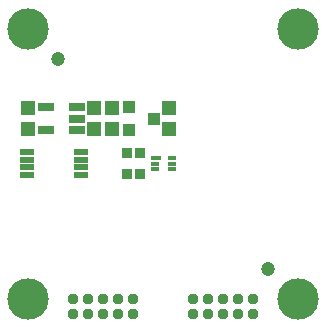
<source format=gts>
G04 EAGLE Gerber RS-274X export*
G75*
%MOMM*%
%FSLAX34Y34*%
%LPD*%
%INSoldermask Top*%
%IPPOS*%
%AMOC8*
5,1,8,0,0,1.08239X$1,22.5*%
G01*
%ADD10R,1.203200X1.303200*%
%ADD11R,0.903200X0.903200*%
%ADD12R,1.103200X1.003200*%
%ADD13R,0.803200X0.453200*%
%ADD14R,0.953200X0.453200*%
%ADD15R,1.403200X0.753200*%
%ADD16R,1.303200X0.603200*%
%ADD17C,0.939800*%
%ADD18C,3.505200*%
%ADD19C,1.203200*%


D10*
X81280Y186300D03*
X81280Y169300D03*
X25400Y169300D03*
X25400Y186300D03*
D11*
X119800Y130550D03*
X108800Y130550D03*
X108800Y148850D03*
X119800Y148850D03*
D12*
X110650Y187300D03*
X110650Y168300D03*
X131650Y177800D03*
D10*
X144780Y169300D03*
X144780Y186300D03*
X96520Y186300D03*
X96520Y169300D03*
D13*
X146900Y134700D03*
X146900Y144700D03*
X146900Y139700D03*
X132500Y134700D03*
X132500Y139700D03*
D14*
X133250Y144700D03*
D15*
X66341Y168300D03*
X66341Y177800D03*
X66341Y187300D03*
X40339Y187300D03*
X40339Y168300D03*
D16*
X24490Y149450D03*
X24490Y142950D03*
X24490Y136450D03*
X24490Y129950D03*
X69490Y129950D03*
X69490Y136450D03*
X69490Y142950D03*
X69490Y149450D03*
D17*
X63500Y12700D03*
X63500Y25400D03*
X76200Y12700D03*
X76200Y25400D03*
X88900Y12700D03*
X88900Y25400D03*
X101600Y12700D03*
X101600Y25400D03*
X114300Y12700D03*
X114300Y25400D03*
X165100Y12700D03*
X165100Y25400D03*
X177800Y12700D03*
X177800Y25400D03*
X190500Y12700D03*
X190500Y25400D03*
X203200Y12700D03*
X203200Y25400D03*
X215900Y12700D03*
X215900Y25400D03*
D18*
X254000Y25400D03*
X25400Y25400D03*
X254000Y254000D03*
X25400Y254000D03*
D19*
X50800Y228600D03*
X228600Y50800D03*
M02*

</source>
